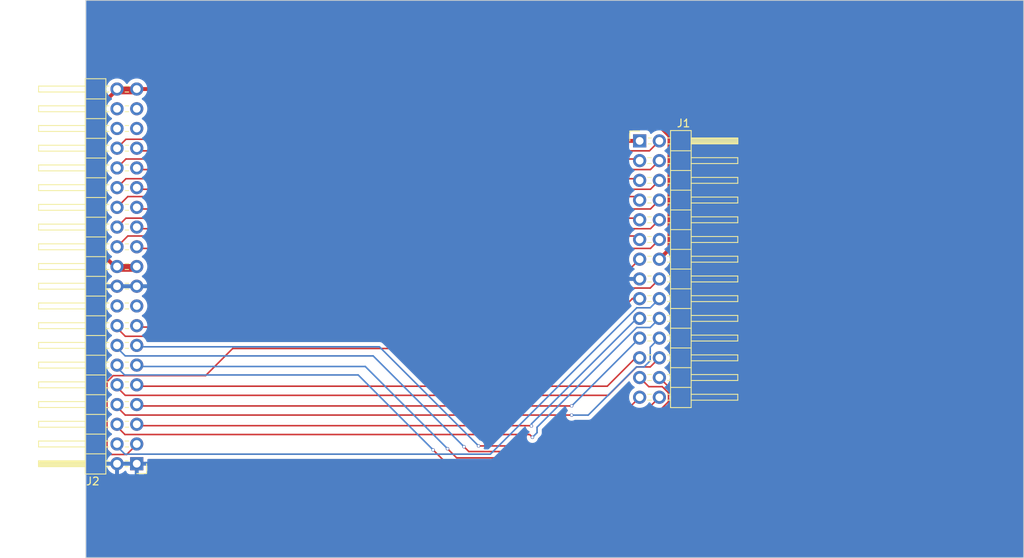
<source format=kicad_pcb>
(kicad_pcb (version 20201220) (generator pcbnew)
  (layers (0 "F.Cu" signal) (31 "B.Cu" signal) (34 "B.Paste" user) (35 "F.Paste" user) (36 "B.SilkS" user "B.Silkscreen") (37 "F.SilkS" user "F.Silkscreen") (38 "B.Mask" user) (39 "F.Mask" user) (44 "Edge.Cuts" user))
  (net 0 "")
  (net 1 "+5V")
  (net 2 "HLT")
  (net 3 "IRPT")
  (net 4 "EXT2")
  (net 5 "EXT1")
  (net 6 "EXT0")
  (net 7 "DATA")
  (net 8 "/DATA6")
  (net 9 "/DATA5")
  (net 10 "/DATA4")
  (net 11 "/DATA3")
  (net 12 "/DATA2")
  (net 13 "/DATA1")
  (net 14 "/DATA0")
  (net 15 "CLK")
  (net 16 "GND")
  (net 17 "no_connect_30")
  (net 18 "no_connect_34")
  (net 19 "no_connect_33")
  (net 20 "no_connect_32")
  (net 21 "no_connect_31")
  (net 22 "no_connect_35")
  (net 23 "/ADDR11")
  (net 24 "/ADDR10")
  (net 25 "/ADDR9")
  (net 26 "/ADDR8")
  (net 27 "/ADDR7")
  (net 28 "/ADDR6")
  (net 29 "/ADDR5")
  (net 30 "/ADDR4")
  (net 31 "/ADDR3")
  (net 32 "/ADDR2")
  (net 33 "/ADDR1")
  (net 34 "/ADDR0")
  (footprint "Connector_PinHeader_2.54mm:PinHeader_2x14_P2.54mm_Horizontal" (layer "F.Cu") (at 94.4 75.1)
    (fp_text reference "J1" (at 5.655 -2.27) (layer "F.SilkS"))
    (fp_text value "Conn_02x14_Counter_Clockwise")
    (fp_line (start 3.582929 33.4) (end 3.98 33.4) (layer "F.SilkS") (width 0.12))
    (fp_line (start 1.042929 2.16) (end 1.497071 2.16) (layer "F.SilkS") (width 0.12))
    (fp_line (start 1.042929 13.08) (end 1.497071 13.08) (layer "F.SilkS") (width 0.12))
    (fp_line (start 1.042929 28.32) (end 1.497071 28.32) (layer "F.SilkS") (width 0.12))
    (fp_line (start 12.64 2.16) (end 12.64 2.92) (layer "F.SilkS") (width 0.12))
    (fp_line (start 3.582929 17.4) (end 3.98 17.4) (layer "F.SilkS") (width 0.12))
    (fp_line (start 12.64 10.54) (end 6.64 10.54) (layer "F.SilkS") (width 0.12))
    (fp_line (start 3.98 1.27) (end 6.64 1.27) (layer "F.SilkS") (width 0.12))
    (fp_line (start 3.582929 5.46) (end 3.98 5.46) (layer "F.SilkS") (width 0.12))
    (fp_line (start 12.64 8) (end 6.64 8) (layer "F.SilkS") (width 0.12))
    (fp_line (start 3.582929 7.24) (end 3.98 7.24) (layer "F.SilkS") (width 0.12))
    (fp_line (start -1.27 -1.27) (end 0 -1.27) (layer "F.SilkS") (width 0.12))
    (fp_line (start 12.64 22.48) (end 12.64 23.24) (layer "F.SilkS") (width 0.12))
    (fp_line (start 12.64 -0.38) (end 12.64 0.38) (layer "F.SilkS") (width 0.12))
    (fp_line (start 3.98 11.43) (end 6.64 11.43) (layer "F.SilkS") (width 0.12))
    (fp_line (start 6.64 32.64) (end 12.64 32.64) (layer "F.SilkS") (width 0.12))
    (fp_line (start 3.582929 20.7) (end 3.98 20.7) (layer "F.SilkS") (width 0.12))
    (fp_line (start 6.64 4.7) (end 12.64 4.7) (layer "F.SilkS") (width 0.12))
    (fp_line (start 6.64 7.24) (end 12.64 7.24) (layer "F.SilkS") (width 0.12))
    (fp_line (start 1.042929 2.92) (end 1.497071 2.92) (layer "F.SilkS") (width 0.12))
    (fp_line (start 12.64 7.24) (end 12.64 8) (layer "F.SilkS") (width 0.12))
    (fp_line (start 6.64 -1.33) (end 3.98 -1.33) (layer "F.SilkS") (width 0.12))
    (fp_line (start 6.64 -0.38) (end 12.64 -0.38) (layer "F.SilkS") (width 0.12))
    (fp_line (start 6.64 27.56) (end 12.64 27.56) (layer "F.SilkS") (width 0.12))
    (fp_line (start 12.64 23.24) (end 6.64 23.24) (layer "F.SilkS") (width 0.12))
    (fp_line (start 3.582929 30.1) (end 3.98 30.1) (layer "F.SilkS") (width 0.12))
    (fp_line (start 3.582929 10.54) (end 3.98 10.54) (layer "F.SilkS") (width 0.12))
    (fp_line (start 12.64 33.4) (end 6.64 33.4) (layer "F.SilkS") (width 0.12))
    (fp_line (start 6.64 2.16) (end 12.64 2.16) (layer "F.SilkS") (width 0.12))
    (fp_line (start 3.98 13.97) (end 6.64 13.97) (layer "F.SilkS") (width 0.12))
    (fp_line (start 1.042929 17.4) (end 1.497071 17.4) (layer "F.SilkS") (width 0.12))
    (fp_line (start 1.11 -0.38) (end 1.497071 -0.38) (layer "F.SilkS") (width 0.12))
    (fp_line (start 12.64 12.32) (end 12.64 13.08) (layer "F.SilkS") (width 0.12))
    (fp_line (start 12.64 4.7) (end 12.64 5.46) (layer "F.SilkS") (width 0.12))
    (fp_line (start 12.64 25.02) (end 12.64 25.78) (layer "F.SilkS") (width 0.12))
    (fp_line (start 6.64 30.1) (end 12.64 30.1) (layer "F.SilkS") (width 0.12))
    (fp_line (start 3.98 34.35) (end 6.64 34.35) (layer "F.SilkS") (width 0.12))
    (fp_line (start 6.64 22.48) (end 12.64 22.48) (layer "F.SilkS") (width 0.12))
    (fp_line (start 1.042929 32.64) (end 1.497071 32.64) (layer "F.SilkS") (width 0.12))
    (fp_line (start 12.64 32.64) (end 12.64 33.4) (layer "F.SilkS") (width 0.12))
    (fp_line (start 3.98 6.35) (end 6.64 6.35) (layer "F.SilkS") (width 0.12))
    (fp_line (start 3.98 31.75) (end 6.64 31.75) (layer "F.SilkS") (width 0.12))
    (fp_line (start 1.11 0.38) (end 1.497071 0.38) (layer "F.SilkS") (width 0.12))
    (fp_line (start 3.582929 2.16) (end 3.98 2.16) (layer "F.SilkS") (width 0.12))
    (fp_line (start 12.64 30.86) (end 6.64 30.86) (layer "F.SilkS") (width 0.12))
    (fp_line (start 12.64 2.92) (end 6.64 2.92) (layer "F.SilkS") (width 0.12))
    (fp_line (start 1.042929 18.16) (end 1.497071 18.16) (layer "F.SilkS") (width 0.12))
    (fp_line (start 1.042929 7.24) (end 1.497071 7.24) (layer "F.SilkS") (width 0.12))
    (fp_line (start 3.582929 30.86) (end 3.98 30.86) (layer "F.SilkS") (width 0.12))
    (fp_line (start 6.64 -0.32) (end 12.64 -0.32) (layer "F.SilkS") (width 0.12))
    (fp_line (start -1.27 0) (end -1.27 -1.27) (layer "F.SilkS") (width 0.12))
    (fp_line (start 3.582929 12.32) (end 3.98 12.32) (layer "F.SilkS") (width 0.12))
    (fp_line (start 1.042929 4.7) (end 1.497071 4.7) (layer "F.SilkS") (width 0.12))
    (fp_line (start 1.042929 12.32) (end 1.497071 12.32) (layer "F.SilkS") (width 0.12))
    (fp_line (start 3.98 21.59) (end 6.64 21.59) (layer "F.SilkS") (width 0.12))
    (fp_line (start 6.64 25.02) (end 12.64 25.02) (layer "F.SilkS") (width 0.12))
    (fp_line (start 3.582929 15.62) (end 3.98 15.62) (layer "F.SilkS") (width 0.12))
    (fp_line (start 12.64 20.7) (end 6.64 20.7) (layer "F.SilkS") (width 0.12))
    (fp_line (start 1.042929 33.4) (end 1.497071 33.4) (layer "F.SilkS") (width 0.12))
    (fp_line (start 3.582929 -0.38) (end 3.98 -0.38) (layer "F.SilkS") (width 0.12))
    (fp_line (start 3.98 -1.33) (end 3.98 34.35) (layer "F.SilkS") (width 0.12))
    (fp_line (start 12.64 30.1) (end 12.64 30.86) (layer "F.SilkS") (width 0.12))
    (fp_line (start 3.98 26.67) (end 6.64 26.67) (layer "F.SilkS") (width 0.12))
    (fp_line (start 12.64 5.46) (end 6.64 5.46) (layer "F.SilkS") (width 0.12))
    (fp_line (start 3.582929 32.64) (end 3.98 32.64) (layer "F.SilkS") (width 0.12))
    (fp_line (start 6.64 0.16) (end 12.64 0.16) (layer "F.SilkS") (width 0.12))
    (fp_line (start 1.042929 10.54) (end 1.497071 10.54) (layer "F.SilkS") (width 0.12))
    (fp_line (start 1.042929 19.94) (end 1.497071 19.94) (layer "F.SilkS") (width 0.12))
    (fp_line (start 12.64 9.78) (end 12.64 10.54) (layer "F.SilkS") (width 0.12))
    (fp_line (start 3.98 3.81) (end 6.64 3.81) (layer "F.SilkS") (width 0.12))
    (fp_line (start 1.042929 25.02) (end 1.497071 25.02) (layer "F.SilkS") (width 0.12))
    (fp_line (start 6.64 -0.08) (end 12.64 -0.08) (layer "F.SilkS") (width 0.12))
    (fp_line (start 6.64 -0.2) (end 12.64 -0.2) (layer "F.SilkS") (width 0.12))
    (fp_line (start 1.042929 14.86) (end 1.497071 14.86) (layer "F.SilkS") (width 0.12))
    (fp_line (start 12.64 0.38) (end 6.64 0.38) (layer "F.SilkS") (width 0.12))
    (fp_line (start 1.042929 30.1) (end 1.497071 30.1) (layer "F.SilkS") (width 0.12))
    (fp_line (start 3.582929 8) (end 3.98 8) (layer "F.SilkS") (width 0.12))
    (fp_line (start 3.582929 25.02) (end 3.98 25.02) (layer "F.SilkS") (width 0.12))
    (fp_line (start 6.64 0.28) (end 12.64 0.28) (layer "F.SilkS") (width 0.12))
    (fp_line (start 12.64 17.4) (end 12.64 18.16) (layer "F.SilkS") (width 0.12))
    (fp_line (start 3.582929 18.16) (end 3.98 18.16) (layer "F.SilkS") (width 0.12))
    (fp_line (start 3.582929 25.78) (end 3.98 25.78) (layer "F.SilkS") (width 0.12))
    (fp_line (start 12.64 14.86) (end 12.64 15.62) (layer "F.SilkS") (width 0.12))
    (fp_line (start 12.64 13.08) (end 6.64 13.08) (layer "F.SilkS") (width 0.12))
    (fp_line (start 3.582929 28.32) (end 3.98 28.32) (layer "F.SilkS") (width 0.12))
    (fp_line (start 3.98 8.89) (end 6.64 8.89) (layer "F.SilkS") (width 0.12))
    (fp_line (start 3.582929 14.86) (end 3.98 14.86) (layer "F.SilkS") (width 0.12))
    (fp_line (start 6.64 34.35) (end 6.64 -1.33) (layer "F.SilkS") (width 0.12))
    (fp_line (start 1.042929 15.62) (end 1.497071 15.62) (layer "F.SilkS") (width 0.12))
    (fp_line (start 12.64 18.16) (end 6.64 18.16) (layer "F.SilkS") (width 0.12))
    (fp_line (start 1.042929 30.86) (end 1.497071 30.86) (layer "F.SilkS") (width 0.12))
    (fp_line (start 1.042929 23.24) (end 1.497071 23.24) (layer "F.SilkS") (width 0.12))
    (fp_line (start 3.582929 19.94) (end 3.98 19.94) (layer "F.SilkS") (width 0.12))
    (fp_line (start 1.042929 20.7) (end 1.497071 20.7) (layer "F.SilkS") (width 0.12))
    (fp_line (start 6.64 0.04) (end 12.64 0.04) (layer "F.SilkS") (width 0.12))
    (fp_line (start 1.042929 5.46) (end 1.497071 5.46) (layer "F.SilkS") (width 0.12))
    (fp_line (start 6.64 12.32) (end 12.64 12.32) (layer "F.SilkS") (width 0.12))
    (fp_line (start 12.64 28.32) (end 6.64 28.32) (layer "F.SilkS") (width 0.12))
    (fp_line (start 3.582929 23.24) (end 3.98 23.24) (layer "F.SilkS") (width 0.12))
    (fp_line (start 1.042929 8) (end 1.497071 8) (layer "F.SilkS") (width 0.12))
    (fp_line (start 6.64 9.78) (end 12.64 9.78) (layer "F.SilkS") (width 0.12))
    (fp_line (start 3.582929 0.38) (end 3.98 0.38) (layer "F.SilkS") (width 0.12))
    (fp_line (start 1.042929 25.78) (end 1.497071 25.78) (layer "F.SilkS") (width 0.12))
    (fp_line (start 6.64 14.86) (end 12.64 14.86) (layer "F.SilkS") (width 0.12))
    (fp_line (start 12.64 19.94) (end 12.64 20.7) (layer "F.SilkS") (width 0.12))
    (fp_line (start 3.98 29.21) (end 6.64 29.21) (layer "F.SilkS") (width 0.12))
    (fp_line (start 6.64 17.4) (end 12.64 17.4) (layer "F.SilkS") (width 0.12))
    (fp_line (start 3.582929 13.08) (end 3.98 13.08) (layer "F.SilkS") (width 0.12))
    (fp_line (start 1.042929 9.78) (end 1.497071 9.78) (layer "F.SilkS") (width 0.12))
    (fp_line (start 12.64 15.62) (end 6.64 15.62) (layer "F.SilkS") (width 0.12))
    (fp_line (start 6.64 19.94) (end 12.64 19.94) (layer "F.SilkS") (width 0.12))
    (fp_line (start 12.64 27.56) (end 12.64 28.32) (layer "F.SilkS") (width 0.12))
    (fp_line (start 3.582929 27.56) (end 3.98 27.56) (layer "F.SilkS") (width 0.12))
    (fp_line (start 3.582929 2.92) (end 3.98 2.92) (layer "F.SilkS") (width 0.12))
    (fp_line (start 1.042929 27.56) (end 1.497071 27.56) (layer "F.SilkS") (width 0.12))
    (fp_line (start 3.98 16.51) (end 6.64 16.51) (layer "F.SilkS") (width 0.12))
    (fp_line (start 1.042929 22.48) (end 1.497071 22.48) (layer "F.SilkS") (width 0.12))
    (fp_line (start 12.64 25.78) (end 6.64 25.78) (layer "F.SilkS") (width 0.12))
    (fp_line (start 3.582929 9.78) (end 3.98 9.78) (layer "F.SilkS") (width 0.12))
    (fp_line (start 3.98 24.13) (end 6.64 24.13) (layer "F.SilkS") (width 0.12))
    (fp_line (start 3.98 19.05) (end 6.64 19.05) (layer "F.SilkS") (width 0.12))
    (fp_line (start 3.582929 22.48) (end 3.98 22.48) (layer "F.SilkS") (width 0.12))
    (fp_line (start 3.582929 4.7) (end 3.98 4.7) (layer "F.SilkS") (width 0.12))
    (pad "1" thru_hole rect (at 0 0) (size 1.7 1.7) (drill 1) (layers *.Cu *.Mask) (net 34 "/ADDR0"))
    (pad "2" thru_hole oval (at 2.54 0) (size 1.7 1.7) (drill 1) (layers *.Cu *.Mask) (net 33 "/ADDR1"))
    (pad "3" thru_hole oval (at 0 2.54) (size 1.7 1.7) (drill 1) (layers *.Cu *.Mask) (net 32 "/ADDR2"))
    (pad "4" thru_hole oval (at 2.54 2.54) (size 1.7 1.7) (drill 1) (layers *.Cu *.Mask) (net 31 "/ADDR3"))
    (pad "5" thru_hole oval (at 0 5.08) (size 1.7 1.7) (drill 1) (layers *.Cu *.Mask) (net 30 "/ADDR4"))
    (pad "6" thru_hole oval (at 2.54 5.08) (size 1.7 1.7) (drill 1) (layers *.Cu *.Mask) (net 29 "/ADDR5"))
    (pad "7" thru_hole oval (at 0 7.62) (size 1.7 1.7) (drill 1) (layers *.Cu *.Mask) (net 28 "/ADDR6"))
    (pad "8" thru_hole oval (at 2.54 7.62) (size 1.7 1.7) (drill 1) (layers *.Cu *.Mask) (net 27 "/ADDR7"))
    (pad "9" thru_hole oval (at 0 10.16) (size 1.7 1.7) (drill 1) (layers *.Cu *.Mask) (net 26 "/ADDR8"))
    (pad "10" thru_hole oval (at 2.54 10.16) (size 1.7 1.7) (drill 1) (layers *.Cu *.Mask) (net 25 "/ADDR9"))
    (pad "11" thru_hole oval (at 0 12.7) (size 1.7 1.7) (drill 1) (layers *.Cu *.Mask) (net 24 "/ADDR10"))
    (pad "12" thru_hole oval (at 2.54 12.7) (size 1.7 1.7) (drill 1) (layers *.Cu *.Mask) (net 23 "/ADDR11"))
    (pad "13" thru_hole oval (at 0 15.24) (size 1.7 1.7) (drill 1) (layers *.Cu *.Mask) (net 2 "HLT"))
    (pad "14" thru_hole oval (at 2.54 15.24) (size 1.7 1.7) (drill 1) (layers *.Cu *.Mask) (net 1 "+5V"))
    (pad "15" thru_hole oval (at 0 17.78) (size 1.7 1.7) (drill 1) (layers *.Cu *.Mask) (net 16 "GND"))
    (pad "16" thru_hole oval (at 2.54 17.78) (size 1.7 1.7) (drill 1) (layers *.Cu *.Mask) (net 15 "CLK"))
    (pad "17" thru_hole oval (at 0 20.32) (size 1.7 1.7) (drill 1) (layers *.Cu *.Mask) (net 14 "/DATA0"))
    (pad "18" thru_hole oval (at 2.54 20.32) (size 1.7 1.7) (drill 1) (layers *.Cu *.Mask) (net 13 "/DATA1"))
    (pad "19" thru_hole oval (at 0 22.86) (size 1.7 1.7) (drill 1) (layers *.Cu *.Mask) (net 12 "/DATA2"))
    (pad "20" thru_hole oval (at 2.54 22.86) (size 1.7 1.7) (drill 1) (layers *.Cu *.Mask) (net 11 "/DATA3"))
    (pad "21" thru_hole oval (at 0 25.4) (size 1.7 1.7) (drill 1) (layers *.Cu *.Mask) (net 10 "/DATA4"))
    (pad "22" thru_hole oval (at 2.54 25.4) (size 1.7 1.7) (drill 1) (layers *.Cu *.Mask) (net 9 "/DATA5"))
    (pad "23" thru_hole oval (at 0 27.94) (size 1.7 1.7) (drill 1) (layers *.Cu *.Mask) (net 8 "/DATA6"))
    (pad "24" thru_hole oval (at 2.54 27.94) (size 1.7 1.7) (drill 1) (layers *.Cu *.Mask) (net 7 "DATA"))
    (pad "25" thru_hole oval (at 0 30.48) (size 1.7 1.7) (drill 1) (layers *.Cu *.Mask) (net 6 "EXT0"))
    (pad "26" thru_hole oval (at 2.54 30.48) (size 1.7 1.7) (drill 1) (layers *.Cu *.Mask) (net 5 "EXT1"))
    (pad "27" thru_hole oval (at 0 33.02) (size 1.7 1.7) (drill 1) (layers *.Cu *.Mask) (net 4 "EXT2"))
    (pad "28" thru_hole oval (at 2.54 33.02) (size 1.7 1.7) (drill 1) (layers *.Cu *.Mask) (net 3 "IRPT"))
  )
  (footprint "Connector_PinHeader_2.54mm:PinHeader_2x20_P2.54mm_Horizontal" (layer "F.Cu") (at 29.62 116.68 180)
    (fp_text reference "J2" (at 5.655 -2.27) (layer "F.SilkS"))
    (fp_text value "Conn_02x20_Counter_Clockwise")
    (fp_line (start 1.042929 15.62) (end 1.497071 15.62) (layer "F.SilkS") (width 0.12))
    (fp_line (start 3.582929 18.16) (end 3.98 18.16) (layer "F.SilkS") (width 0.12))
    (fp_line (start 12.64 0.38) (end 6.64 0.38) (layer "F.SilkS") (width 0.12))
    (fp_line (start 6.64 -0.32) (end 12.64 -0.32) (layer "F.SilkS") (width 0.12))
    (fp_line (start 12.64 42.8) (end 12.64 43.56) (layer "F.SilkS") (width 0.12))
    (fp_line (start 3.98 31.75) (end 6.64 31.75) (layer "F.SilkS") (width 0.12))
    (fp_line (start 3.582929 2.92) (end 3.98 2.92) (layer "F.SilkS") (width 0.12))
    (fp_line (start 12.64 9.78) (end 12.64 10.54) (layer "F.SilkS") (width 0.12))
    (fp_line (start 1.042929 8) (end 1.497071 8) (layer "F.SilkS") (width 0.12))
    (fp_line (start 3.582929 41.02) (end 3.98 41.02) (layer "F.SilkS") (width 0.12))
    (fp_line (start 3.98 13.97) (end 6.64 13.97) (layer "F.SilkS") (width 0.12))
    (fp_line (start 3.582929 23.24) (end 3.98 23.24) (layer "F.SilkS") (width 0.12))
    (fp_line (start 12.64 18.16) (end 6.64 18.16) (layer "F.SilkS") (width 0.12))
    (fp_line (start 3.98 36.83) (end 6.64 36.83) (layer "F.SilkS") (width 0.12))
    (fp_line (start 6.64 22.48) (end 12.64 22.48) (layer "F.SilkS") (width 0.12))
    (fp_line (start 6.64 47.88) (end 12.64 47.88) (layer "F.SilkS") (width 0.12))
    (fp_line (start 1.042929 48.64) (end 1.497071 48.64) (layer "F.SilkS") (width 0.12))
    (fp_line (start 12.64 10.54) (end 6.64 10.54) (layer "F.SilkS") (width 0.12))
    (fp_line (start 1.042929 32.64) (end 1.497071 32.64) (layer "F.SilkS") (width 0.12))
    (fp_line (start 12.64 25.02) (end 12.64 25.78) (layer "F.SilkS") (width 0.12))
    (fp_line (start 1.042929 9.78) (end 1.497071 9.78) (layer "F.SilkS") (width 0.12))
    (fp_line (start 3.582929 30.86) (end 3.98 30.86) (layer "F.SilkS") (width 0.12))
    (fp_line (start 3.98 39.37) (end 6.64 39.37) (layer "F.SilkS") (width 0.12))
    (fp_line (start 3.98 41.91) (end 6.64 41.91) (layer "F.SilkS") (width 0.12))
    (fp_line (start 1.042929 45.34) (end 1.497071 45.34) (layer "F.SilkS") (width 0.12))
    (fp_line (start 3.582929 47.88) (end 3.98 47.88) (layer "F.SilkS") (width 0.12))
    (fp_line (start 1.042929 30.86) (end 1.497071 30.86) (layer "F.SilkS") (width 0.12))
    (fp_line (start 6.64 7.24) (end 12.64 7.24) (layer "F.SilkS") (width 0.12))
    (fp_line (start 12.64 30.86) (end 6.64 30.86) (layer "F.SilkS") (width 0.12))
    (fp_line (start 3.98 16.51) (end 6.64 16.51) (layer "F.SilkS") (width 0.12))
    (fp_line (start 6.64 32.64) (end 12.64 32.64) (layer "F.SilkS") (width 0.12))
    (fp_line (start 6.64 -0.08) (end 12.64 -0.08) (layer "F.SilkS") (width 0.12))
    (fp_line (start 6.64 9.78) (end 12.64 9.78) (layer "F.SilkS") (width 0.12))
    (fp_line (start 6.64 30.1) (end 12.64 30.1) (layer "F.SilkS") (width 0.12))
    (fp_line (start 1.042929 35.18) (end 1.497071 35.18) (layer "F.SilkS") (width 0.12))
    (fp_line (start 12.64 23.24) (end 6.64 23.24) (layer "F.SilkS") (width 0.12))
    (fp_line (start 6.64 40.26) (end 12.64 40.26) (layer "F.SilkS") (width 0.12))
    (fp_line (start 12.64 -0.38) (end 12.64 0.38) (layer "F.SilkS") (width 0.12))
    (fp_line (start -1.27 -1.27) (end 0 -1.27) (layer "F.SilkS") (width 0.12))
    (fp_line (start 6.64 17.4) (end 12.64 17.4) (layer "F.SilkS") (width 0.12))
    (fp_line (start 12.64 20.7) (end 6.64 20.7) (layer "F.SilkS") (width 0.12))
    (fp_line (start 6.64 -0.38) (end 12.64 -0.38) (layer "F.SilkS") (width 0.12))
    (fp_line (start 3.98 6.35) (end 6.64 6.35) (layer "F.SilkS") (width 0.12))
    (fp_line (start 12.64 2.16) (end 12.64 2.92) (layer "F.SilkS") (width 0.12))
    (fp_line (start 12.64 48.64) (end 6.64 48.64) (layer "F.SilkS") (width 0.12))
    (fp_line (start 12.64 43.56) (end 6.64 43.56) (layer "F.SilkS") (width 0.12))
    (fp_line (start 6.64 0.04) (end 12.64 0.04) (layer "F.SilkS") (width 0.12))
    (fp_line (start 6.64 45.34) (end 12.64 45.34) (layer "F.SilkS") (width 0.12))
    (fp_line (start 3.98 46.99) (end 6.64 46.99) (layer "F.SilkS") (width 0.12))
    (fp_line (start 12.64 14.86) (end 12.64 15.62) (layer "F.SilkS") (width 0.12))
    (fp_line (start 3.98 49.59) (end 6.64 49.59) (layer "F.SilkS") (width 0.12))
    (fp_line (start 3.582929 20.7) (end 3.98 20.7) (layer "F.SilkS") (width 0.12))
    (fp_line (start 12.64 38.48) (end 6.64 38.48) (layer "F.SilkS") (width 0.12))
    (fp_line (start 3.98 -1.33) (end 3.98 49.59) (layer "F.SilkS") (width 0.12))
    (fp_line (start 12.64 19.94) (end 12.64 20.7) (layer "F.SilkS") (width 0.12))
    (fp_line (start 12.64 22.48) (end 12.64 23.24) (layer "F.SilkS") (width 0.12))
    (fp_line (start 1.042929 13.08) (end 1.497071 13.08) (layer "F.SilkS") (width 0.12))
    (fp_line (start 3.98 1.27) (end 6.64 1.27) (layer "F.SilkS") (width 0.12))
    (fp_line (start 6.64 12.32) (end 12.64 12.32) (layer "F.SilkS") (width 0.12))
    (fp_line (start 3.98 44.45) (end 6.64 44.45) (layer "F.SilkS") (width 0.12))
    (fp_line (start 3.582929 45.34) (end 3.98 45.34) (layer "F.SilkS") (width 0.12))
    (fp_line (start 1.042929 41.02) (end 1.497071 41.02) (layer "F.SilkS") (width 0.12))
    (fp_line (start 1.042929 18.16) (end 1.497071 18.16) (layer "F.SilkS") (width 0.12))
    (fp_line (start 12.64 5.46) (end 6.64 5.46) (layer "F.SilkS") (width 0.12))
    (fp_line (start 6.64 -1.33) (end 3.98 -1.33) (layer "F.SilkS") (width 0.12))
    (fp_line (start 1.042929 38.48) (end 1.497071 38.48) (layer "F.SilkS") (width 0.12))
    (fp_line (start 6.64 25.02) (end 12.64 25.02) (layer "F.SilkS") (width 0.12))
    (fp_line (start 1.042929 20.7) (end 1.497071 20.7) (layer "F.SilkS") (width 0.12))
    (fp_line (start 1.042929 22.48) (end 1.497071 22.48) (layer "F.SilkS") (width 0.12))
    (fp_line (start 1.042929 30.1) (end 1.497071 30.1) (layer "F.SilkS") (width 0.12))
    (fp_line (start 12.64 41.02) (end 6.64 41.02) (layer "F.SilkS") (width 0.12))
    (fp_line (start 3.582929 35.94) (end 3.98 35.94) (layer "F.SilkS") (width 0.12))
    (fp_line (start 12.64 15.62) (end 6.64 15.62) (layer "F.SilkS") (width 0.12))
    (fp_line (start 12.64 32.64) (end 12.64 33.4) (layer "F.SilkS") (width 0.12))
    (fp_line (start 1.042929 46.1) (end 1.497071 46.1) (layer "F.SilkS") (width 0.12))
    (fp_line (start 12.64 33.4) (end 6.64 33.4) (layer "F.SilkS") (width 0.12))
    (fp_line (start 1.042929 4.7) (end 1.497071 4.7) (layer "F.SilkS") (width 0.12))
    (fp_line (start 12.64 17.4) (end 12.64 18.16) (layer "F.SilkS") (width 0.12))
    (fp_line (start 3.582929 27.56) (end 3.98 27.56) (layer "F.SilkS") (width 0.12))
    (fp_line (start 1.042929 42.8) (end 1.497071 42.8) (layer "F.SilkS") (width 0.12))
    (fp_line (start 12.64 30.1) (end 12.64 30.86) (layer "F.SilkS") (width 0.12))
    (fp_line (start 1.042929 27.56) (end 1.497071 27.56) (layer "F.SilkS") (width 0.12))
    (fp_line (start 1.042929 37.72) (end 1.497071 37.72) (layer "F.SilkS") (width 0.12))
    (fp_line (start 3.582929 37.72) (end 3.98 37.72) (layer "F.SilkS") (width 0.12))
    (fp_line (start 1.042929 25.02) (end 1.497071 25.02) (layer "F.SilkS") (width 0.12))
    (fp_line (start 6.64 0.28) (end 12.64 0.28) (layer "F.SilkS") (width 0.12))
    (fp_line (start 3.98 21.59) (end 6.64 21.59) (layer "F.SilkS") (width 0.12))
    (fp_line (start 3.582929 33.4) (end 3.98 33.4) (layer "F.SilkS") (width 0.12))
    (fp_line (start 1.042929 33.4) (end 1.497071 33.4) (layer "F.SilkS") (width 0.12))
    (fp_line (start 3.582929 42.8) (end 3.98 42.8) (layer "F.SilkS") (width 0.12))
    (fp_line (start 6.64 42.8) (end 12.64 42.8) (layer "F.SilkS") (width 0.12))
    (fp_line (start 1.042929 10.54) (end 1.497071 10.54) (layer "F.SilkS") (width 0.12))
    (fp_line (start 12.64 7.24) (end 12.64 8) (layer "F.SilkS") (width 0.12))
    (fp_line (start 12.64 25.78) (end 6.64 25.78) (layer "F.SilkS") (width 0.12))
    (fp_line (start 12.64 12.32) (end 12.64 13.08) (layer "F.SilkS") (width 0.12))
    (fp_line (start 6.64 0.16) (end 12.64 0.16) (layer "F.SilkS") (width 0.12))
    (fp_line (start 1.042929 14.86) (end 1.497071 14.86) (layer "F.SilkS") (width 0.12))
    (fp_line (start 3.98 8.89) (end 6.64 8.89) (layer "F.SilkS") (width 0.12))
    (fp_line (start 3.582929 5.46) (end 3.98 5.46) (layer "F.SilkS") (width 0.12))
    (fp_line (start 3.582929 15.62) (end 3.98 15.62) (layer "F.SilkS") (width 0.12))
    (fp_line (start 6.64 27.56) (end 12.64 27.56) (layer "F.SilkS") (width 0.12))
    (fp_line (start 12.64 46.1) (end 6.64 46.1) (layer "F.SilkS") (width 0.12))
    (fp_line (start 3.582929 8) (end 3.98 8) (layer "F.SilkS") (width 0.12))
    (fp_line (start 1.042929 12.32) (end 1.497071 12.32) (layer "F.SilkS") (width 0.12))
    (fp_line (start 1.11 0.38) (end 1.497071 0.38) (layer "F.SilkS") (width 0.12))
    (fp_line (start 3.582929 13.08) (end 3.98 13.08) (layer "F.SilkS") (width 0.12))
    (fp_line (start 1.042929 43.56) (end 1.497071 43.56) (layer "F.SilkS") (width 0.12))
    (fp_line (start 3.582929 -0.38) (end 3.98 -0.38) (layer "F.SilkS") (width 0.12))
    (fp_line (start 1.042929 40.26) (end 1.497071 40.26) (layer "F.SilkS") (width 0.12))
    (fp_line (start 1.042929 17.4) (end 1.497071 17.4) (layer "F.SilkS") (width 0.12))
    (fp_line (start 1.042929 35.94) (end 1.497071 35.94) (layer "F.SilkS") (width 0.12))
    (fp_line (start 3.98 3.81) (end 6.64 3.81) (layer "F.SilkS") (width 0.12))
    (fp_line (start 12.64 47.88) (end 12.64 48.64) (layer "F.SilkS") (width 0.12))
    (fp_line (start 6.64 49.59) (end 6.64 -1.33) (layer "F.SilkS") (width 0.12))
    (fp_line (start 3.582929 28.32) (end 3.98 28.32) (layer "F.SilkS") (width 0.12))
    (fp_line (start 1.042929 25.78) (end 1.497071 25.78) (layer "F.SilkS") (width 0.12))
    (fp_line (start 6.64 -0.2) (end 12.64 -0.2) (layer "F.SilkS") (width 0.12))
    (fp_line (start 3.582929 22.48) (end 3.98 22.48) (layer "F.SilkS") (width 0.12))
    (fp_line (start 12.64 35.18) (end 12.64 35.94) (layer "F.SilkS") (width 0.12))
    (fp_line (start 3.98 19.05) (end 6.64 19.05) (layer "F.SilkS") (width 0.12))
    (fp_line (start 1.042929 28.32) (end 1.497071 28.32) (layer "F.SilkS") (width 0.12))
    (fp_line (start 12.64 4.7) (end 12.64 5.46) (layer "F.SilkS") (width 0.12))
    (fp_line (start 12.64 8) (end 6.64 8) (layer "F.SilkS") (width 0.12))
    (fp_line (start 3.582929 40.26) (end 3.98 40.26) (layer "F.SilkS") (width 0.12))
    (fp_line (start 1.042929 23.24) (end 1.497071 23.24) (layer "F.SilkS") (width 0.12))
    (fp_line (start 6.64 37.72) (end 12.64 37.72) (layer "F.SilkS") (width 0.12))
    (fp_line (start 3.582929 25.02) (end 3.98 25.02) (layer "F.SilkS") (width 0.12))
    (fp_line (start 3.582929 30.1) (end 3.98 30.1) (layer "F.SilkS") (width 0.12))
    (fp_line (start 12.64 27.56) (end 12.64 28.32) (layer "F.SilkS") (width 0.12))
    (fp_line (start 12.64 40.26) (end 12.64 41.02) (layer "F.SilkS") (width 0.12))
    (fp_line (start 3.582929 25.78) (end 3.98 25.78) (layer "F.SilkS") (width 0.12))
    (fp_line (start 3.582929 19.94) (end 3.98 19.94) (layer "F.SilkS") (width 0.12))
    (fp_line (start 1.11 -0.38) (end 1.497071 -0.38) (layer "F.SilkS") (width 0.12))
    (fp_line (start 3.582929 17.4) (end 3.98 17.4) (layer "F.SilkS") (width 0.12))
    (fp_line (start 3.98 29.21) (end 6.64 29.21) (layer "F.SilkS") (width 0.12))
    (fp_line (start 1.042929 5.46) (end 1.497071 5.46) (layer "F.SilkS") (width 0.12))
    (fp_line (start 3.582929 0.38) (end 3.98 0.38) (layer "F.SilkS") (width 0.12))
    (fp_line (start 3.582929 14.86) (end 3.98 14.86) (layer "F.SilkS") (width 0.12))
    (fp_line (start 12.64 13.08) (end 6.64 13.08) (layer "F.SilkS") (width 0.12))
    (fp_line (start 12.64 2.92) (end 6.64 2.92) (layer "F.SilkS") (width 0.12))
    (fp_line (start 1.042929 2.92) (end 1.497071 2.92) (layer "F.SilkS") (width 0.12))
    (fp_line (start 3.582929 46.1) (end 3.98 46.1) (layer "F.SilkS") (width 0.12))
    (fp_line (start 3.582929 9.78) (end 3.98 9.78) (layer "F.SilkS") (width 0.12))
    (fp_line (start 1.042929 2.16) (end 1.497071 2.16) (layer "F.SilkS") (width 0.12))
    (fp_line (start 6.64 19.94) (end 12.64 19.94) (layer "F.SilkS") (width 0.12))
    (fp_line (start 1.042929 19.94) (end 1.497071 19.94) (layer "F.SilkS") (width 0.12))
    (fp_line (start 6.64 35.18) (end 12.64 35.18) (layer "F.SilkS") (width 0.12))
    (fp_line (start 3.582929 12.32) (end 3.98 12.32) (layer "F.SilkS") (width 0.12))
    (fp_line (start 3.582929 48.64) (end 3.98 48.64) (layer "F.SilkS") (width 0.12))
    (fp_line (start 3.98 26.67) (end 6.64 26.67) (layer "F.SilkS") (width 0.12))
    (fp_line (start 6.64 2.16) (end 12.64 2.16) (layer "F.SilkS") (width 0.12))
    (fp_line (start 3.582929 38.48) (end 3.98 38.48) (layer "F.SilkS") (width 0.12))
    (fp_line (start -1.27 0) (end -1.27 -1.27) (layer "F.SilkS") (width 0.12))
    (fp_line (start 12.64 45.34) (end 12.64 46.1) (layer "F.SilkS") (width 0.12))
    (fp_line (start 3.582929 43.56) (end 3.98 43.56) (layer "F.SilkS") (width 0.12))
    (fp_line (start 3.98 11.43) (end 6.64 11.43) (layer "F.SilkS") (width 0.12))
    (fp_line (start 1.042929 7.24) (end 1.497071 7.24) (layer "F.SilkS") (width 0.12))
    (fp_line (start 3.98 34.29) (end 6.64 34.29) (layer "F.SilkS") (width 0.12))
    (fp_line (start 12.64 35.94) (end 6.64 35.94) (layer "F.SilkS") (width 0.12))
    (fp_line (start 6.64 14.86) (end 12.64 14.86) (layer "F.SilkS") (width 0.12))
    (fp_line (start 3.582929 35.18) (end 3.98 35.18) (layer "F.SilkS") (width 0.12))
    (fp_line (start 3.98 24.13) (end 6.64 24.13) (layer "F.SilkS") (width 0.12))
    (fp_line (start 3.582929 7.24) (end 3.98 7.24) (layer "F.SilkS") (width 0.12))
    (fp_line (start 6.64 4.7) (end 12.64 4.7) (layer "F.SilkS") (width 0.12))
    (fp_line (start 3.582929 4.7) (end 3.98 4.7) (layer "F.SilkS") (width 0.12))
    (fp_line (start 1.042929 47.88) (end 1.497071 47.88) (layer "F.SilkS") (width 0.12))
    (fp_line (start 12.64 37.72) (end 12.64 38.48) (layer "F.SilkS") (width 0.12))
    (fp_line (start 3.582929 10.54) (end 3.98 10.54) (layer "F.SilkS") (width 0.12))
    (fp_line (start 3.582929 2.16) (end 3.98 2.16) (layer "F.SilkS") (width 0.12))
    (fp_line (start 3.582929 32.64) (end 3.98 32.64) (layer "F.SilkS") (width 0.12))
    (fp_line (start 12.64 28.32) (end 6.64 28.32) (layer "F.SilkS") (width 0.12))
    (pad "1" thru_hole rect (at 0 0 180) (size 1.7 1.7) (drill 1) (layers *.Cu *.Mask) (net 16 "GND"))
    (pad "2" thru_hole oval (at 2.54 0 180) (size 1.7 1.7) (drill 1) (layers *.Cu *.Mask) (net 16 "GND"))
    (pad "3" thru_hole oval (at 0 2.54 180) (size 1.7 1.7) (drill 1) (layers *.Cu *.Mask) (net 14 "/DATA0"))
    (pad "4" thru_hole oval (at 2.54 2.54 180) (size 1.7 1.7) (drill 1) (layers *.Cu *.Mask) (net 13 "/DATA1"))
    (pad "5" thru_hole oval (at 0 5.08 180) (size 1.7 1.7) (drill 1) (layers *.Cu *.Mask) (net 12 "/DATA2"))
    (pad "6" thru_hole oval (at 2.54 5.08 180) (size 1.7 1.7) (drill 1) (layers *.Cu *.Mask) (net 11 "/DATA3"))
    (pad "7" thru_hole oval (at 0 7.62 180) (size 1.7 1.7) (drill 1) (layers *.Cu *.Mask) (net 10 "/DATA4"))
    (pad "8" thru_hole oval (at 2.54 7.62 180) (size 1.7 1.7) (drill 1) (layers *.Cu *.Mask) (net 9 "/DATA5"))
    (pad "9" thru_hole oval (at 0 10.16 180) (size 1.7 1.7) (drill 1) (layers *.Cu *.Mask) (net 8 "/DATA6"))
    (pad "10" thru_hole oval (at 2.54 10.16 180) (size 1.7 1.7) (drill 1) (layers *.Cu *.Mask) (net 7 "DATA"))
    (pad "11" thru_hole oval (at 0 12.7 180) (size 1.7 1.7) (drill 1) (layers *.Cu *.Mask) (net 6 "EXT0"))
    (pad "12" thru_hole oval (at 2.54 12.7 180) (size 1.7 1.7) (drill 1) (layers *.Cu *.Mask) (net 5 "EXT1"))
    (pad "13" thru_hole oval (at 0 15.24 180) (size 1.7 1.7) (drill 1) (layers *.Cu *.Mask) (net 4 "EXT2"))
    (pad "14" thru_hole oval (at 2.54 15.24 180) (size 1.7 1.7) (drill 1) (layers *.Cu *.Mask) (net 3 "IRPT"))
    (pad "15" thru_hole oval (at 0 17.78 180) (size 1.7 1.7) (drill 1) (layers *.Cu *.Mask) (net 2 "HLT"))
    (pad "16" thru_hole oval (at 2.54 17.78 180) (size 1.7 1.7) (drill 1) (layers *.Cu *.Mask) (net 15 "CLK"))
    (pad "17" thru_hole oval (at 0 20.32 180) (size 1.7 1.7) (drill 1) (layers *.Cu *.Mask) (net 17 "no_connect_30"))
    (pad "18" thru_hole oval (at 2.54 20.32 180) (size 1.7 1.7) (drill 1) (layers *.Cu *.Mask) (net 21 "no_connect_31"))
    (pad "19" thru_hole oval (at 0 22.86 180) (size 1.7 1.7) (drill 1) (layers *.Cu *.Mask) (net 16 "GND"))
    (pad "20" thru_hole oval (at 2.54 22.86 180) (size 1.7 1.7) (drill 1) (layers *.Cu *.Mask) (net 16 "GND"))
    (pad "21" thru_hole oval (at 0 25.4 180) (size 1.7 1.7) (drill 1) (layers *.Cu *.Mask) (net 1 "+5V"))
    (pad "22" thru_hole oval (at 2.54 25.4 180) (size 1.7 1.7) (drill 1) (layers *.Cu *.Mask) (net 1 "+5V"))
    (pad "23" thru_hole oval (at 0 27.94 180) (size 1.7 1.7) (drill 1) (layers *.Cu *.Mask) (net 23 "/ADDR11"))
    (pad "24" thru_hole oval (at 2.54 27.94 180) (size 1.7 1.7) (drill 1) (layers *.Cu *.Mask) (net 24 "/ADDR10"))
    (pad "25" thru_hole oval (at 0 30.48 180) (size 1.7 1.7) (drill 1) (layers *.Cu *.Mask) (net 25 "/ADDR9"))
    (pad "26" thru_hole oval (at 2.54 30.48 180) (size 1.7 1.7) (drill 1) (layers *.Cu *.Mask) (net 26 "/ADDR8"))
    (pad "27" thru_hole oval (at 0 33.02 180) (size 1.7 1.7) (drill 1) (layers *.Cu *.Mask) (net 27 "/ADDR7"))
    (pad "28" thru_hole oval (at 2.54 33.02 180) (size 1.7 1.7) (drill 1) (layers *.Cu *.Mask) (net 28 "/ADDR6"))
    (pad "29" thru_hole oval (at 0 35.56 180) (size 1.7 1.7) (drill 1) (layers *.Cu *.Mask) (net 29 "/ADDR5"))
    (pad "30" thru_hole oval (at 2.54 35.56 180) (size 1.7 1.7) (drill 1) (layers *.Cu *.Mask) (net 30 "/ADDR4"))
    (pad "31" thru_hole oval (at 0 38.1 180) (size 1.7 1.7) (drill 1) (layers *.Cu *.Mask) (net 31 "/ADDR3"))
    (pad "32" thru_hole oval (at 2.54 38.1 180) (size 1.7 1.7) (drill 1) (layers *.Cu *.Mask) (net 32 "/ADDR2"))
    (pad "33" thru_hole oval (at 0 40.64 180) (size 1.7 1.7) (drill 1) (layers *.Cu *.Mask) (net 33 "/ADDR1"))
    (pad "34" thru_hole oval (at 2.54 40.64 180) (size 1.7 1.7) (drill 1) (layers *.Cu *.Mask) (net 34 "/ADDR0"))
    (pad "35" thru_hole oval (at 0 43.18 180) (size 1.7 1.7) (drill 1) (layers *.Cu *.Mask) (net 20 "no_connect_32"))
    (pad "36" thru_hole oval (at 2.54 43.18 180) (size 1.7 1.7) (drill 1) (layers *.Cu *.Mask) (net 19 "no_connect_33"))
    (pad "37" thru_hole oval (at 0 45.72 180) (size 1.7 1.7) (drill 1) (layers *.Cu *.Mask) (net 18 "no_connect_34"))
    (pad "38" thru_hole oval (at 2.54 45.72 180) (size 1.7 1.7) (drill 1) (layers *.Cu *.Mask) (net 22 "no_connect_35"))
    (pad "39" thru_hole oval (at 0 48.26 180) (size 1.7 1.7) (drill 1) (layers *.Cu *.Mask) (net 1 "+5V"))
    (pad "40" thru_hole oval (at 2.54 48.26 180) (size 1.7 1.7) (drill 1) (layers *.Cu *.Mask) (net 1 "+5V"))
  )
  (gr_line (start 143.86 128.78) (end 143.86 57) (layer "Edge.Cuts") (width 0.1))
  (gr_line (start 143.86 57) (end 23.06 57) (layer "Edge.Cuts") (width 0.1))
  (gr_line (start 23.06 57) (end 23.06 128.78) (layer "Edge.Cuts") (width 0.1))
  (gr_line (start 23.06 128.78) (end 143.86 128.78) (layer "Edge.Cuts") (width 0.1))
  (segment (start 98.240001 74.475999) (end 92.184002 68.42) (width 0.5) (layer "F.Cu") (net 1))
  (segment (start 98.240001 89.039999) (end 98.240001 74.475999) (width 0.5) (layer "F.Cu") (net 1))
  (segment (start 92.184002 68.42) (end 29.62 68.42) (width 0.5) (layer "F.Cu") (net 1))
  (segment (start 24.99 89.49) (end 26.96 91.46) (width 0.5) (layer "F.Cu") (net 1))
  (segment (start 26.96 68.6) (end 24.99 70.57) (width 0.5) (layer "F.Cu") (net 1))
  (segment (start 29.5 68.6) (end 26.96 68.6) (width 1) (layer "F.Cu") (net 1))
  (segment (start 96.94 90.34) (end 98.240001 89.039999) (width 0.5) (layer "F.Cu") (net 1))
  (segment (start 24.99 70.57) (end 24.99 89.49) (width 0.5) (layer "F.Cu") (net 1))
  (segment (start 29.5 91.46) (end 26.96 91.46) (width 1) (layer "F.Cu") (net 1))
  (segment (start 85.66 99.08) (end 94.4 90.34) (width 0.2) (layer "F.Cu") (net 2))
  (segment (start 29.5 99.08) (end 85.66 99.08) (width 0.2) (layer "F.Cu") (net 2))
  (segment (start 72.395001 115.115001) (end 89.944999 115.115001) (width 0.2) (layer "F.Cu") (net 3))
  (segment (start 89.944999 115.115001) (end 96.94 108.12) (width 0.2) (layer "F.Cu") (net 3))
  (segment (start 71.77 114.49) (end 72.395001 115.115001) (width 0.2) (layer "F.Cu") (net 3))
  (via (at 71.77 114.49) (size 0.43) (drill 0.3) (layers "F.Cu" "B.Cu") (net 3))
  (segment (start 60.075001 102.795001) (end 71.77 114.49) (width 0.2) (layer "B.Cu") (net 3))
  (segment (start 28.135001 102.795001) (end 60.075001 102.795001) (width 0.2) (layer "B.Cu") (net 3))
  (segment (start 26.96 101.62) (end 28.135001 102.795001) (width 0.2) (layer "B.Cu") (net 3))
  (segment (start 73.65 114.39) (end 88.13 114.39) (width 0.2) (layer "F.Cu") (net 4))
  (segment (start 88.13 114.39) (end 94.4 108.12) (width 0.2) (layer "F.Cu") (net 4))
  (via (at 73.65 114.39) (size 0.43) (drill 0.3) (layers "F.Cu" "B.Cu") (net 4))
  (segment (start 60.88 101.62) (end 73.65 114.39) (width 0.2) (layer "B.Cu") (net 4))
  (segment (start 29.5 101.62) (end 60.88 101.62) (width 0.2) (layer "B.Cu") (net 4))
  (segment (start 96.94 105.58) (end 98.565011 107.205011) (width 0.2) (layer "F.Cu") (net 5))
  (segment (start 98.565011 109.724989) (end 91.61 116.68) (width 0.2) (layer "F.Cu") (net 5))
  (segment (start 91.61 116.68) (end 69.575 116.68) (width 0.2) (layer "F.Cu") (net 5))
  (segment (start 98.565011 107.205011) (end 98.565011 109.724989) (width 0.2) (layer "F.Cu") (net 5))
  (segment (start 69.575 116.68) (end 67.8 114.905) (width 0.2) (layer "F.Cu") (net 5))
  (via (at 67.8 114.905) (size 0.43) (drill 0.3) (layers "F.Cu" "B.Cu") (net 5))
  (segment (start 28.05 105.25) (end 26.96 104.16) (width 0.2) (layer "B.Cu") (net 5))
  (segment (start 67.8 114.905) (end 58.145 105.25) (width 0.2) (layer "B.Cu") (net 5))
  (segment (start 58.145 105.25) (end 28.05 105.25) (width 0.2) (layer "B.Cu") (net 5))
  (segment (start 98.115001 107.555999) (end 97.314003 106.755001) (width 0.2) (layer "F.Cu") (net 6))
  (segment (start 95.575001 106.755001) (end 94.4 105.58) (width 0.2) (layer "F.Cu") (net 6))
  (segment (start 98.115001 108.684001) (end 98.115001 107.555999) (width 0.2) (layer "F.Cu") (net 6))
  (segment (start 97.314003 106.755001) (end 95.575001 106.755001) (width 0.2) (layer "F.Cu") (net 6))
  (segment (start 70.83 115.93) (end 90.869002 115.93) (width 0.2) (layer "F.Cu") (net 6))
  (segment (start 69.65 114.75) (end 70.83 115.93) (width 0.2) (layer "F.Cu") (net 6))
  (segment (start 90.869002 115.93) (end 98.115001 108.684001) (width 0.2) (layer "F.Cu") (net 6))
  (via (at 69.65 114.75) (size 0.43) (drill 0.3) (layers "F.Cu" "B.Cu") (net 6))
  (segment (start 29.5 104.16) (end 59.06 104.16) (width 0.2) (layer "B.Cu") (net 6))
  (segment (start 59.06 104.16) (end 69.65 114.75) (width 0.2) (layer "B.Cu") (net 6))
  (segment (start 95.764999 104.215001) (end 96.94 103.04) (width 0.2) (layer "F.Cu") (net 7))
  (segment (start 94.014999 104.215001) (end 95.764999 104.215001) (width 0.2) (layer "F.Cu") (net 7))
  (segment (start 26.96 106.7) (end 28.135001 107.875001) (width 0.2) (layer "F.Cu") (net 7))
  (segment (start 28.135001 107.875001) (end 90.354999 107.875001) (width 0.2) (layer "F.Cu") (net 7))
  (segment (start 90.354999 107.875001) (end 94.014999 104.215001) (width 0.2) (layer "F.Cu") (net 7))
  (segment (start 93.89 103.04) (end 94.4 103.04) (width 0.25) (layer "F.Cu") (net 8))
  (segment (start 90.23 106.7) (end 93.89 103.04) (width 0.2) (layer "F.Cu") (net 8))
  (segment (start 29.5 106.7) (end 90.23 106.7) (width 0.2) (layer "F.Cu") (net 8))
  (segment (start 26.96 109.24) (end 28.135001 110.415001) (width 0.2) (layer "F.Cu") (net 9))
  (segment (start 85.635001 110.415001) (end 85.64 110.42) (width 0.2) (layer "F.Cu") (net 9))
  (segment (start 28.135001 110.415001) (end 85.635001 110.415001) (width 0.2) (layer "F.Cu") (net 9))
  (via (at 85.64 110.42) (size 0.43) (drill 0.3) (layers "F.Cu" "B.Cu") (net 9))
  (segment (start 94.964001 104.215001) (end 95.764999 103.414003) (width 0.2) (layer "B.Cu") (net 9))
  (segment (start 95.764999 101.675001) (end 96.94 100.5) (width 0.2) (layer "B.Cu") (net 9))
  (segment (start 93.984999 104.215001) (end 94.964001 104.215001) (width 0.2) (layer "B.Cu") (net 9))
  (segment (start 85.64 110.42) (end 87.78 110.42) (width 0.2) (layer "B.Cu") (net 9))
  (segment (start 95.764999 103.414003) (end 95.764999 101.675001) (width 0.2) (layer "B.Cu") (net 9))
  (segment (start 87.78 110.42) (end 93.984999 104.215001) (width 0.2) (layer "B.Cu") (net 9))
  (segment (start 85.63 109.24) (end 85.64 109.23) (width 0.2) (layer "F.Cu") (net 10))
  (segment (start 29.5 109.24) (end 85.63 109.24) (width 0.2) (layer "F.Cu") (net 10))
  (via (at 85.64 109.23) (size 0.43) (drill 0.3) (layers "F.Cu" "B.Cu") (net 10))
  (segment (start 94.39 100.5) (end 94.4 100.5) (width 0.25) (layer "B.Cu") (net 10))
  (segment (start 85.65 109.24) (end 94.39 100.5) (width 0.2) (layer "B.Cu") (net 10))
  (segment (start 28.1 112.92) (end 80.23 112.92) (width 0.2) (layer "F.Cu") (net 11))
  (segment (start 26.96 111.78) (end 28.1 112.92) (width 0.2) (layer "F.Cu") (net 11))
  (segment (start 80.23 112.92) (end 80.59 113.28) (width 0.2) (layer "F.Cu") (net 11))
  (via (at 80.59 113.28) (size 0.43) (drill 0.3) (layers "F.Cu" "B.Cu") (net 11))
  (segment (start 95.764999 99.135001) (end 96.94 97.96) (width 0.2) (layer "B.Cu") (net 11))
  (segment (start 94.025997 99.135001) (end 95.764999 99.135001) (width 0.2) (layer "B.Cu") (net 11))
  (segment (start 81.185001 112.684999) (end 81.185001 111.975997) (width 0.2) (layer "B.Cu") (net 11))
  (segment (start 80.59 113.28) (end 81.185001 112.684999) (width 0.2) (layer "B.Cu") (net 11))
  (segment (start 81.185001 111.975997) (end 94.025997 99.135001) (width 0.2) (layer "B.Cu") (net 11))
  (segment (start 29.5 111.78) (end 80.42 111.78) (width 0.2) (layer "F.Cu") (net 12))
  (segment (start 80.42 111.78) (end 80.46 111.82) (width 0.2) (layer "F.Cu") (net 12))
  (via (at 80.46 111.82) (size 0.43) (drill 0.3) (layers "F.Cu" "B.Cu") (net 12))
  (segment (start 80.46 111.82) (end 80.46 111.55) (width 0.2) (layer "B.Cu") (net 12))
  (segment (start 94.05 97.96) (end 94.4 97.96) (width 0.25) (layer "B.Cu") (net 12))
  (segment (start 80.46 111.55) (end 94.05 97.96) (width 0.2) (layer "B.Cu") (net 12))
  (segment (start 94.025997 96.595001) (end 95.764999 96.595001) (width 0.2) (layer "B.Cu") (net 13))
  (segment (start 95.764999 96.595001) (end 96.94 95.42) (width 0.2) (layer "B.Cu") (net 13))
  (segment (start 28.09 115.45) (end 75.170998 115.45) (width 0.2) (layer "B.Cu") (net 13))
  (segment (start 26.96 114.32) (end 28.09 115.45) (width 0.2) (layer "B.Cu") (net 13))
  (segment (start 75.170998 115.45) (end 94.025997 96.595001) (width 0.2) (layer "B.Cu") (net 13))
  (segment (start 25.784999 106.135999) (end 26.585997 105.335001) (width 0.2) (layer "F.Cu") (net 14))
  (segment (start 28.324999 115.495001) (end 26.395999 115.495001) (width 0.2) (layer "F.Cu") (net 14))
  (segment (start 26.395999 115.495001) (end 25.784999 114.884001) (width 0.2) (layer "F.Cu") (net 14))
  (segment (start 26.585997 105.335001) (end 38.484999 105.335001) (width 0.2) (layer "F.Cu") (net 14))
  (segment (start 41.98 101.84) (end 87.04 101.84) (width 0.2) (layer "F.Cu") (net 14))
  (segment (start 87.04 101.84) (end 93.46 95.42) (width 0.2) (layer "F.Cu") (net 14))
  (segment (start 25.784999 114.884001) (end 25.784999 106.135999) (width 0.2) (layer "F.Cu") (net 14))
  (segment (start 38.484999 105.335001) (end 41.98 101.84) (width 0.2) (layer "F.Cu") (net 14))
  (segment (start 93.46 95.42) (end 94.4 95.42) (width 0.25) (layer "F.Cu") (net 14))
  (segment (start 29.5 114.32) (end 28.324999 115.495001) (width 0.2) (layer "F.Cu") (net 14))
  (segment (start 28.15 100.27) (end 86.35 100.27) (width 0.2) (layer "F.Cu") (net 15))
  (segment (start 95.764999 94.055001) (end 96.94 92.88) (width 0.2) (layer "F.Cu") (net 15))
  (segment (start 86.35 100.27) (end 92.564999 94.055001) (width 0.2) (layer "F.Cu") (net 15))
  (segment (start 26.96 99.08) (end 28.15 100.27) (width 0.2) (layer "F.Cu") (net 15))
  (segment (start 92.564999 94.055001) (end 95.764999 94.055001) (width 0.2) (layer "F.Cu") (net 15))
  (segment (start 29.62 88.74) (end 29.830001 88.950001) (width 0.2) (layer "F.Cu") (net 23))
  (segment (start 29.830001 88.950001) (end 95.789999 88.950001) (width 0.2) (layer "F.Cu") (net 23))
  (segment (start 95.789999 88.950001) (end 96.94 87.8) (width 0.2) (layer "F.Cu") (net 23))
  (segment (start 94.4 87.8) (end 93.950001 87.350001) (width 0.2) (layer "F.Cu") (net 24))
  (segment (start 93.950001 87.350001) (end 28.469999 87.350001) (width 0.2) (layer "F.Cu") (net 24))
  (segment (start 28.469999 87.350001) (end 27.08 88.74) (width 0.2) (layer "F.Cu") (net 24))
  (segment (start 29.830001 86.410001) (end 95.789999 86.410001) (width 0.2) (layer "F.Cu") (net 25))
  (segment (start 95.789999 86.410001) (end 96.94 85.26) (width 0.2) (layer "F.Cu") (net 25))
  (segment (start 29.62 86.2) (end 29.830001 86.410001) (width 0.2) (layer "F.Cu") (net 25))
  (segment (start 28.230001 85.049999) (end 94.189999 85.049999) (width 0.2) (layer "F.Cu") (net 26))
  (segment (start 27.08 86.2) (end 28.230001 85.049999) (width 0.2) (layer "F.Cu") (net 26))
  (segment (start 94.189999 85.049999) (end 94.4 85.26) (width 0.2) (layer "F.Cu") (net 26))
  (segment (start 96.94 82.72) (end 95.789999 83.870001) (width 0.2) (layer "F.Cu") (net 27))
  (segment (start 95.789999 83.870001) (end 29.830001 83.870001) (width 0.2) (layer "F.Cu") (net 27))
  (segment (start 29.830001 83.870001) (end 29.62 83.66) (width 0.2) (layer "F.Cu") (net 27))
  (segment (start 93.95 82.27) (end 28.469999 82.270001) (width 0.2) (layer "F.Cu") (net 28))
  (segment (start 28.469999 82.270001) (end 27.08 83.66) (width 0.2) (layer "F.Cu") (net 28))
  (segment (start 94.4 82.72) (end 93.95 82.27) (width 0.2) (layer "F.Cu") (net 28))
  (segment (start 29.830001 81.330001) (end 95.789999 81.330001) (width 0.2) (layer "F.Cu") (net 29))
  (segment (start 95.789999 81.330001) (end 96.94 80.18) (width 0.2) (layer "F.Cu") (net 29))
  (segment (start 29.62 81.12) (end 29.830001 81.330001) (width 0.2) (layer "F.Cu") (net 29))
  (segment (start 94.189999 79.969999) (end 28.230001 79.969999) (width 0.2) (layer "F.Cu") (net 30))
  (segment (start 94.4 80.18) (end 94.189999 79.969999) (width 0.2) (layer "F.Cu") (net 30))
  (segment (start 28.230001 79.969999) (end 27.08 81.12) (width 0.2) (layer "F.Cu") (net 30))
  (segment (start 29.830001 78.790001) (end 95.789999 78.790001) (width 0.2) (layer "F.Cu") (net 31))
  (segment (start 29.62 78.58) (end 29.830001 78.790001) (width 0.2) (layer "F.Cu") (net 31))
  (segment (start 95.789999 78.790001) (end 96.94 77.64) (width 0.2) (layer "F.Cu") (net 31))
  (segment (start 94.189999 77.429999) (end 28.230001 77.429999) (width 0.2) (layer "F.Cu") (net 32))
  (segment (start 28.230001 77.429999) (end 27.08 78.58) (width 0.2) (layer "F.Cu") (net 32))
  (segment (start 94.4 77.64) (end 94.189999 77.429999) (width 0.2) (layer "F.Cu") (net 32))
  (segment (start 95.66 76.38) (end 96.94 75.1) (width 0.2) (layer "F.Cu") (net 33))
  (segment (start 29.62 76.04) (end 29.96 76.38) (width 0.2) (layer "F.Cu") (net 33))
  (segment (start 29.96 76.38) (end 95.66 76.38) (width 0.2) (layer "F.Cu") (net 33))
  (segment (start 28.230001 74.889999) (end 92.299999 74.889999) (width 0.2) (layer "F.Cu") (net 34))
  (segment (start 92.299999 74.889999) (end 92.3 74.89) (width 0.2) (layer "F.Cu") (net 34))
  (segment (start 27.08 76.04) (end 28.230001 74.889999) (width 0.2) (layer "F.Cu") (net 34))
  (zone (net 34) (net_name "/ADDR0") (layer "F.Cu") (connect_pads (clearance 0.508)) (min_thickness 0.254) (fill yes (thermal_gap 0.508) (thermal_bridge_width 0.508))
    (polygon (pts (xy 95.45 76.15) (xy 91.94 76.16) (xy 91.95 74.06) (xy 95.45 74.05)))
  )
  (zone (net 16) (net_name "GND") (layer "B.Cu") (connect_pads (clearance 0.508)) (min_thickness 0.254) (fill yes (thermal_gap 0.508) (thermal_bridge_width 0.508))
    (polygon (pts (xy 143.86 128.78) (xy 23.06 128.78) (xy 23.06 57) (xy 143.86 57)))
  )
)
</source>
